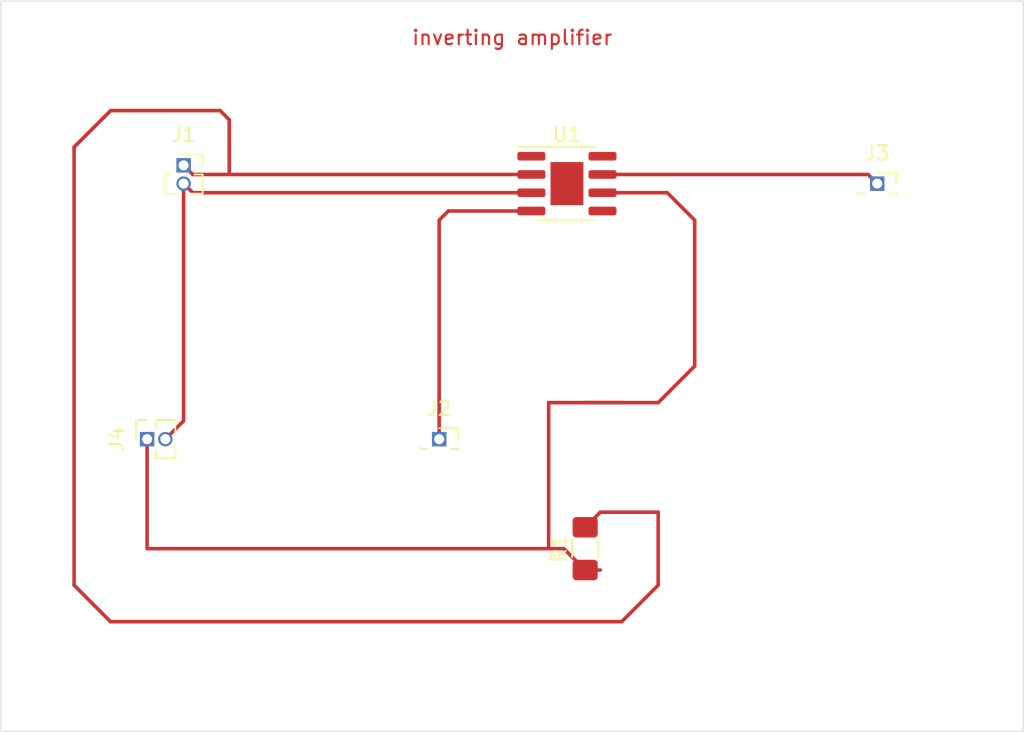
<source format=kicad_pcb>
(kicad_pcb (version 20171130) (host pcbnew "(5.1.6)-1")

  (general
    (thickness 1.6)
    (drawings 10)
    (tracks 36)
    (zones 0)
    (modules 6)
    (nets 9)
  )

  (page A4)
  (layers
    (0 F.Cu signal)
    (31 B.Cu signal)
    (32 B.Adhes user)
    (33 F.Adhes user)
    (34 B.Paste user)
    (35 F.Paste user)
    (36 B.SilkS user)
    (37 F.SilkS user)
    (38 B.Mask user)
    (39 F.Mask user)
    (40 Dwgs.User user)
    (41 Cmts.User user)
    (42 Eco1.User user)
    (43 Eco2.User user)
    (44 Edge.Cuts user)
    (45 Margin user)
    (46 B.CrtYd user)
    (47 F.CrtYd user)
    (48 B.Fab user)
    (49 F.Fab user)
  )

  (setup
    (last_trace_width 0.25)
    (trace_clearance 0.2)
    (zone_clearance 0.508)
    (zone_45_only no)
    (trace_min 0.2)
    (via_size 0.8)
    (via_drill 0.4)
    (via_min_size 0.4)
    (via_min_drill 0.3)
    (uvia_size 0.3)
    (uvia_drill 0.1)
    (uvias_allowed no)
    (uvia_min_size 0.2)
    (uvia_min_drill 0.1)
    (edge_width 0.05)
    (segment_width 0.2)
    (pcb_text_width 0.3)
    (pcb_text_size 1.5 1.5)
    (mod_edge_width 0.12)
    (mod_text_size 1 1)
    (mod_text_width 0.15)
    (pad_size 1.524 1.524)
    (pad_drill 0.762)
    (pad_to_mask_clearance 0.05)
    (aux_axis_origin 0 0)
    (visible_elements 7FFFFFFF)
    (pcbplotparams
      (layerselection 0x010fc_ffffffff)
      (usegerberextensions false)
      (usegerberattributes true)
      (usegerberadvancedattributes true)
      (creategerberjobfile true)
      (excludeedgelayer true)
      (linewidth 0.100000)
      (plotframeref false)
      (viasonmask false)
      (mode 1)
      (useauxorigin false)
      (hpglpennumber 1)
      (hpglpenspeed 20)
      (hpglpendiameter 15.000000)
      (psnegative false)
      (psa4output false)
      (plotreference true)
      (plotvalue true)
      (plotinvisibletext false)
      (padsonsilk false)
      (subtractmaskfromsilk false)
      (outputformat 1)
      (mirror false)
      (drillshape 1)
      (scaleselection 1)
      (outputdirectory ""))
  )

  (net 0 "")
  (net 1 GND)
  (net 2 "Net-(J1-Pad1)")
  (net 3 "Net-(J2-Pad1)")
  (net 4 "Net-(J3-Pad1)")
  (net 5 "Net-(J4-Pad1)")
  (net 6 "Net-(U1-Pad1)")
  (net 7 "Net-(U1-Pad5)")
  (net 8 "Net-(U1-Pad8)")

  (net_class Default "This is the default net class."
    (clearance 0.2)
    (trace_width 0.25)
    (via_dia 0.8)
    (via_drill 0.4)
    (uvia_dia 0.3)
    (uvia_drill 0.1)
    (add_net GND)
    (add_net "Net-(J1-Pad1)")
    (add_net "Net-(J2-Pad1)")
    (add_net "Net-(J3-Pad1)")
    (add_net "Net-(J4-Pad1)")
    (add_net "Net-(U1-Pad1)")
    (add_net "Net-(U1-Pad5)")
    (add_net "Net-(U1-Pad8)")
  )

  (module Connector_PinSocket_1.27mm:PinSocket_1x02_P1.27mm_Vertical (layer F.Cu) (tedit 5A19A41F) (tstamp 5EDAF2A2)
    (at 53.34 67.31)
    (descr "Through hole straight socket strip, 1x02, 1.27mm pitch, single row (from Kicad 4.0.7), script generated")
    (tags "Through hole socket strip THT 1x02 1.27mm single row")
    (path /5EDAD3CA)
    (fp_text reference J1 (at 0 -2.135) (layer F.SilkS)
      (effects (font (size 1 1) (thickness 0.15)))
    )
    (fp_text value Vin (at 0 3.405) (layer F.Fab)
      (effects (font (size 1 1) (thickness 0.15)))
    )
    (fp_line (start -1.8 2.4) (end -1.8 -1.15) (layer F.CrtYd) (width 0.05))
    (fp_line (start 1.75 2.4) (end -1.8 2.4) (layer F.CrtYd) (width 0.05))
    (fp_line (start 1.75 -1.15) (end 1.75 2.4) (layer F.CrtYd) (width 0.05))
    (fp_line (start -1.8 -1.15) (end 1.75 -1.15) (layer F.CrtYd) (width 0.05))
    (fp_line (start 0 -0.76) (end 1.33 -0.76) (layer F.SilkS) (width 0.12))
    (fp_line (start 1.33 -0.76) (end 1.33 0) (layer F.SilkS) (width 0.12))
    (fp_line (start 1.33 0.635) (end 1.33 1.965) (layer F.SilkS) (width 0.12))
    (fp_line (start 0.30753 1.965) (end 1.33 1.965) (layer F.SilkS) (width 0.12))
    (fp_line (start -1.33 1.965) (end -0.30753 1.965) (layer F.SilkS) (width 0.12))
    (fp_line (start -1.33 0.635) (end -1.33 1.965) (layer F.SilkS) (width 0.12))
    (fp_line (start 0.76 0.635) (end 1.33 0.635) (layer F.SilkS) (width 0.12))
    (fp_line (start -1.33 0.635) (end -0.76 0.635) (layer F.SilkS) (width 0.12))
    (fp_line (start -1.27 1.905) (end -1.27 -0.635) (layer F.Fab) (width 0.1))
    (fp_line (start 1.27 1.905) (end -1.27 1.905) (layer F.Fab) (width 0.1))
    (fp_line (start 1.27 0) (end 1.27 1.905) (layer F.Fab) (width 0.1))
    (fp_line (start 0.635 -0.635) (end 1.27 0) (layer F.Fab) (width 0.1))
    (fp_line (start -1.27 -0.635) (end 0.635 -0.635) (layer F.Fab) (width 0.1))
    (pad 2 thru_hole oval (at 0 1.27) (size 1 1) (drill 0.7) (layers *.Cu *.Mask)
      (net 1 GND))
    (pad 1 thru_hole rect (at 0 0) (size 1 1) (drill 0.7) (layers *.Cu *.Mask)
      (net 2 "Net-(J1-Pad1)"))
    (model ${KISYS3DMOD}/Connector_PinSocket_1.27mm.3dshapes/PinSocket_1x02_P1.27mm_Vertical.wrl
      (at (xyz 0 0 0))
      (scale (xyz 1 1 1))
      (rotate (xyz 0 0 0))
    )
  )

  (module Connector_PinSocket_1.27mm:PinSocket_1x01_P1.27mm_Vertical (layer F.Cu) (tedit 5A19A430) (tstamp 5EDAEF8E)
    (at 71.12 86.36)
    (descr "Through hole straight socket strip, 1x01, 1.27mm pitch, single row (from Kicad 4.0.7), script generated")
    (tags "Through hole socket strip THT 1x01 1.27mm single row")
    (path /5EDAF5F4)
    (fp_text reference J2 (at 0 -2.135) (layer F.SilkS)
      (effects (font (size 1 1) (thickness 0.15)))
    )
    (fp_text value -12V (at 0 2.135) (layer F.Fab)
      (effects (font (size 1 1) (thickness 0.15)))
    )
    (fp_line (start -1.27 -0.635) (end 0.9525 -0.635) (layer F.Fab) (width 0.1))
    (fp_line (start 0.9525 -0.635) (end 1.27 -0.3175) (layer F.Fab) (width 0.1))
    (fp_line (start 1.27 -0.3175) (end 1.27 0.635) (layer F.Fab) (width 0.1))
    (fp_line (start 1.27 0.635) (end -1.27 0.635) (layer F.Fab) (width 0.1))
    (fp_line (start -1.27 0.635) (end -1.27 -0.635) (layer F.Fab) (width 0.1))
    (fp_line (start -1.33 0.695) (end -0.76 0.695) (layer F.SilkS) (width 0.12))
    (fp_line (start 0.76 0.695) (end 1.33 0.695) (layer F.SilkS) (width 0.12))
    (fp_line (start -1.33 0.575) (end -1.33 0.695) (layer F.SilkS) (width 0.12))
    (fp_line (start 1.33 0.575) (end 1.33 0.695) (layer F.SilkS) (width 0.12))
    (fp_line (start 1.33 -0.76) (end 1.33 0) (layer F.SilkS) (width 0.12))
    (fp_line (start 0 -0.76) (end 1.33 -0.76) (layer F.SilkS) (width 0.12))
    (fp_line (start -1.8 -1.15) (end 1.75 -1.15) (layer F.CrtYd) (width 0.05))
    (fp_line (start 1.75 -1.15) (end 1.75 1.15) (layer F.CrtYd) (width 0.05))
    (fp_line (start 1.75 1.15) (end -1.8 1.15) (layer F.CrtYd) (width 0.05))
    (fp_line (start -1.8 1.15) (end -1.8 -1.15) (layer F.CrtYd) (width 0.05))
    (pad 1 thru_hole rect (at 0 0) (size 1 1) (drill 0.7) (layers *.Cu *.Mask)
      (net 3 "Net-(J2-Pad1)"))
    (model ${KISYS3DMOD}/Connector_PinSocket_1.27mm.3dshapes/PinSocket_1x01_P1.27mm_Vertical.wrl
      (at (xyz 0 0 0))
      (scale (xyz 1 1 1))
      (rotate (xyz 0 0 0))
    )
  )

  (module Connector_PinSocket_1.27mm:PinSocket_1x01_P1.27mm_Vertical (layer F.Cu) (tedit 5A19A430) (tstamp 5EDAF21C)
    (at 101.6 68.58)
    (descr "Through hole straight socket strip, 1x01, 1.27mm pitch, single row (from Kicad 4.0.7), script generated")
    (tags "Through hole socket strip THT 1x01 1.27mm single row")
    (path /5EDB295A)
    (fp_text reference J3 (at 0 -2.135) (layer F.SilkS)
      (effects (font (size 1 1) (thickness 0.15)))
    )
    (fp_text value +12V (at 0 2.135) (layer F.Fab)
      (effects (font (size 1 1) (thickness 0.15)))
    )
    (fp_line (start -1.8 1.15) (end -1.8 -1.15) (layer F.CrtYd) (width 0.05))
    (fp_line (start 1.75 1.15) (end -1.8 1.15) (layer F.CrtYd) (width 0.05))
    (fp_line (start 1.75 -1.15) (end 1.75 1.15) (layer F.CrtYd) (width 0.05))
    (fp_line (start -1.8 -1.15) (end 1.75 -1.15) (layer F.CrtYd) (width 0.05))
    (fp_line (start 0 -0.76) (end 1.33 -0.76) (layer F.SilkS) (width 0.12))
    (fp_line (start 1.33 -0.76) (end 1.33 0) (layer F.SilkS) (width 0.12))
    (fp_line (start 1.33 0.575) (end 1.33 0.695) (layer F.SilkS) (width 0.12))
    (fp_line (start -1.33 0.575) (end -1.33 0.695) (layer F.SilkS) (width 0.12))
    (fp_line (start 0.76 0.695) (end 1.33 0.695) (layer F.SilkS) (width 0.12))
    (fp_line (start -1.33 0.695) (end -0.76 0.695) (layer F.SilkS) (width 0.12))
    (fp_line (start -1.27 0.635) (end -1.27 -0.635) (layer F.Fab) (width 0.1))
    (fp_line (start 1.27 0.635) (end -1.27 0.635) (layer F.Fab) (width 0.1))
    (fp_line (start 1.27 -0.3175) (end 1.27 0.635) (layer F.Fab) (width 0.1))
    (fp_line (start 0.9525 -0.635) (end 1.27 -0.3175) (layer F.Fab) (width 0.1))
    (fp_line (start -1.27 -0.635) (end 0.9525 -0.635) (layer F.Fab) (width 0.1))
    (pad 1 thru_hole rect (at 0 0) (size 1 1) (drill 0.7) (layers *.Cu *.Mask)
      (net 4 "Net-(J3-Pad1)"))
    (model ${KISYS3DMOD}/Connector_PinSocket_1.27mm.3dshapes/PinSocket_1x01_P1.27mm_Vertical.wrl
      (at (xyz 0 0 0))
      (scale (xyz 1 1 1))
      (rotate (xyz 0 0 0))
    )
  )

  (module Connector_PinSocket_1.27mm:PinSocket_1x02_P1.27mm_Vertical (layer F.Cu) (tedit 5A19A41F) (tstamp 5EDAEDB5)
    (at 50.8 86.36 90)
    (descr "Through hole straight socket strip, 1x02, 1.27mm pitch, single row (from Kicad 4.0.7), script generated")
    (tags "Through hole socket strip THT 1x02 1.27mm single row")
    (path /5EDAC064)
    (fp_text reference J4 (at 0 -2.135 90) (layer F.SilkS)
      (effects (font (size 1 1) (thickness 0.15)))
    )
    (fp_text value Vout (at 0 5.08 90) (layer F.Fab)
      (effects (font (size 1 1) (thickness 0.15)))
    )
    (fp_line (start -1.27 -0.635) (end 0.635 -0.635) (layer F.Fab) (width 0.1))
    (fp_line (start 0.635 -0.635) (end 1.27 0) (layer F.Fab) (width 0.1))
    (fp_line (start 1.27 0) (end 1.27 1.905) (layer F.Fab) (width 0.1))
    (fp_line (start 1.27 1.905) (end -1.27 1.905) (layer F.Fab) (width 0.1))
    (fp_line (start -1.27 1.905) (end -1.27 -0.635) (layer F.Fab) (width 0.1))
    (fp_line (start -1.33 0.635) (end -0.76 0.635) (layer F.SilkS) (width 0.12))
    (fp_line (start 0.76 0.635) (end 1.33 0.635) (layer F.SilkS) (width 0.12))
    (fp_line (start -1.33 0.635) (end -1.33 1.965) (layer F.SilkS) (width 0.12))
    (fp_line (start -1.33 1.965) (end -0.30753 1.965) (layer F.SilkS) (width 0.12))
    (fp_line (start 0.30753 1.965) (end 1.33 1.965) (layer F.SilkS) (width 0.12))
    (fp_line (start 1.33 0.635) (end 1.33 1.965) (layer F.SilkS) (width 0.12))
    (fp_line (start 1.33 -0.76) (end 1.33 0) (layer F.SilkS) (width 0.12))
    (fp_line (start 0 -0.76) (end 1.33 -0.76) (layer F.SilkS) (width 0.12))
    (fp_line (start -1.8 -1.15) (end 1.75 -1.15) (layer F.CrtYd) (width 0.05))
    (fp_line (start 1.75 -1.15) (end 1.75 2.4) (layer F.CrtYd) (width 0.05))
    (fp_line (start 1.75 2.4) (end -1.8 2.4) (layer F.CrtYd) (width 0.05))
    (fp_line (start -1.8 2.4) (end -1.8 -1.15) (layer F.CrtYd) (width 0.05))
    (pad 1 thru_hole rect (at 0 0 90) (size 1 1) (drill 0.7) (layers *.Cu *.Mask)
      (net 5 "Net-(J4-Pad1)"))
    (pad 2 thru_hole oval (at 0 1.27 90) (size 1 1) (drill 0.7) (layers *.Cu *.Mask)
      (net 1 GND))
    (model ${KISYS3DMOD}/Connector_PinSocket_1.27mm.3dshapes/PinSocket_1x02_P1.27mm_Vertical.wrl
      (at (xyz 0 0 0))
      (scale (xyz 1 1 1))
      (rotate (xyz 0 0 0))
    )
  )

  (module Resistor_SMD:R_1206_3216Metric_Pad1.42x1.75mm_HandSolder (layer F.Cu) (tedit 5B301BBD) (tstamp 5EDAF463)
    (at 81.28 93.98 90)
    (descr "Resistor SMD 1206 (3216 Metric), square (rectangular) end terminal, IPC_7351 nominal with elongated pad for handsoldering. (Body size source: http://www.tortai-tech.com/upload/download/2011102023233369053.pdf), generated with kicad-footprint-generator")
    (tags "resistor handsolder")
    (path /5EDAF013)
    (attr smd)
    (fp_text reference R1 (at 0 -1.82 90) (layer F.SilkS)
      (effects (font (size 1 1) (thickness 0.15)))
    )
    (fp_text value R (at 0 1.82 90) (layer F.Fab)
      (effects (font (size 1 1) (thickness 0.15)))
    )
    (fp_line (start -1.6 0.8) (end -1.6 -0.8) (layer F.Fab) (width 0.1))
    (fp_line (start -1.6 -0.8) (end 1.6 -0.8) (layer F.Fab) (width 0.1))
    (fp_line (start 1.6 -0.8) (end 1.6 0.8) (layer F.Fab) (width 0.1))
    (fp_line (start 1.6 0.8) (end -1.6 0.8) (layer F.Fab) (width 0.1))
    (fp_line (start -0.602064 -0.91) (end 0.602064 -0.91) (layer F.SilkS) (width 0.12))
    (fp_line (start -0.602064 0.91) (end 0.602064 0.91) (layer F.SilkS) (width 0.12))
    (fp_line (start -2.45 1.12) (end -2.45 -1.12) (layer F.CrtYd) (width 0.05))
    (fp_line (start -2.45 -1.12) (end 2.45 -1.12) (layer F.CrtYd) (width 0.05))
    (fp_line (start 2.45 -1.12) (end 2.45 1.12) (layer F.CrtYd) (width 0.05))
    (fp_line (start 2.45 1.12) (end -2.45 1.12) (layer F.CrtYd) (width 0.05))
    (pad 1 smd roundrect (at -1.4875 0 90) (size 1.425 1.75) (layers F.Cu F.Paste F.Mask) (roundrect_rratio 0.175439)
      (net 5 "Net-(J4-Pad1)"))
    (pad 2 smd roundrect (at 1.4875 0 90) (size 1.425 1.75) (layers F.Cu F.Paste F.Mask) (roundrect_rratio 0.175439)
      (net 2 "Net-(J1-Pad1)"))
    (model ${KISYS3DMOD}/Resistor_SMD.3dshapes/R_1206_3216Metric.wrl
      (at (xyz 0 0 0))
      (scale (xyz 1 1 1))
      (rotate (xyz 0 0 0))
    )
  )

  (module Package_SO:SOIC-8-1EP_3.9x4.9mm_P1.27mm_EP2.29x3mm (layer F.Cu) (tedit 5DC5FE76) (tstamp 5EDAF06C)
    (at 80.01 68.58)
    (descr "SOIC, 8 Pin (https://www.analog.com/media/en/technical-documentation/data-sheets/ada4898-1_4898-2.pdf#page=29), generated with kicad-footprint-generator ipc_gullwing_generator.py")
    (tags "SOIC SO")
    (path /5EDA77EF)
    (attr smd)
    (fp_text reference U1 (at 0 -3.4) (layer F.SilkS)
      (effects (font (size 1 1) (thickness 0.15)))
    )
    (fp_text value LM741 (at 0 3.4) (layer F.Fab)
      (effects (font (size 1 1) (thickness 0.15)))
    )
    (fp_line (start 0 2.56) (end 1.95 2.56) (layer F.SilkS) (width 0.12))
    (fp_line (start 0 2.56) (end -1.95 2.56) (layer F.SilkS) (width 0.12))
    (fp_line (start 0 -2.56) (end 1.95 -2.56) (layer F.SilkS) (width 0.12))
    (fp_line (start 0 -2.56) (end -3.45 -2.56) (layer F.SilkS) (width 0.12))
    (fp_line (start -0.975 -2.45) (end 1.95 -2.45) (layer F.Fab) (width 0.1))
    (fp_line (start 1.95 -2.45) (end 1.95 2.45) (layer F.Fab) (width 0.1))
    (fp_line (start 1.95 2.45) (end -1.95 2.45) (layer F.Fab) (width 0.1))
    (fp_line (start -1.95 2.45) (end -1.95 -1.475) (layer F.Fab) (width 0.1))
    (fp_line (start -1.95 -1.475) (end -0.975 -2.45) (layer F.Fab) (width 0.1))
    (fp_line (start -3.7 -2.7) (end -3.7 2.7) (layer F.CrtYd) (width 0.05))
    (fp_line (start -3.7 2.7) (end 3.7 2.7) (layer F.CrtYd) (width 0.05))
    (fp_line (start 3.7 2.7) (end 3.7 -2.7) (layer F.CrtYd) (width 0.05))
    (fp_line (start 3.7 -2.7) (end -3.7 -2.7) (layer F.CrtYd) (width 0.05))
    (fp_text user %R (at 0 0) (layer F.Fab)
      (effects (font (size 0.98 0.98) (thickness 0.15)))
    )
    (pad 1 smd roundrect (at -2.475 -1.905) (size 1.95 0.6) (layers F.Cu F.Paste F.Mask) (roundrect_rratio 0.25)
      (net 6 "Net-(U1-Pad1)"))
    (pad 2 smd roundrect (at -2.475 -0.635) (size 1.95 0.6) (layers F.Cu F.Paste F.Mask) (roundrect_rratio 0.25)
      (net 2 "Net-(J1-Pad1)"))
    (pad 3 smd roundrect (at -2.475 0.635) (size 1.95 0.6) (layers F.Cu F.Paste F.Mask) (roundrect_rratio 0.25)
      (net 1 GND))
    (pad 4 smd roundrect (at -2.475 1.905) (size 1.95 0.6) (layers F.Cu F.Paste F.Mask) (roundrect_rratio 0.25)
      (net 3 "Net-(J2-Pad1)"))
    (pad 5 smd roundrect (at 2.475 1.905) (size 1.95 0.6) (layers F.Cu F.Paste F.Mask) (roundrect_rratio 0.25)
      (net 7 "Net-(U1-Pad5)"))
    (pad 6 smd roundrect (at 2.475 0.635) (size 1.95 0.6) (layers F.Cu F.Paste F.Mask) (roundrect_rratio 0.25)
      (net 5 "Net-(J4-Pad1)"))
    (pad 7 smd roundrect (at 2.475 -0.635) (size 1.95 0.6) (layers F.Cu F.Paste F.Mask) (roundrect_rratio 0.25)
      (net 4 "Net-(J3-Pad1)"))
    (pad 8 smd roundrect (at 2.475 -1.905) (size 1.95 0.6) (layers F.Cu F.Paste F.Mask) (roundrect_rratio 0.25)
      (net 8 "Net-(U1-Pad8)"))
    (pad 9 smd rect (at 0 0) (size 2.29 3) (layers F.Cu F.Mask))
    (pad "" smd roundrect (at -0.57 -0.75) (size 0.92 1.21) (layers F.Paste) (roundrect_rratio 0.25))
    (pad "" smd roundrect (at -0.57 0.75) (size 0.92 1.21) (layers F.Paste) (roundrect_rratio 0.25))
    (pad "" smd roundrect (at 0.57 -0.75) (size 0.92 1.21) (layers F.Paste) (roundrect_rratio 0.25))
    (pad "" smd roundrect (at 0.57 0.75) (size 0.92 1.21) (layers F.Paste) (roundrect_rratio 0.25))
    (model ${KISYS3DMOD}/Package_SO.3dshapes/SOIC-8-1EP_3.9x4.9mm_P1.27mm_EP2.29x3mm.wrl
      (at (xyz 0 0 0))
      (scale (xyz 1 1 1))
      (rotate (xyz 0 0 0))
    )
  )

  (gr_text "inverting amplifier" (at 76.2 58.42) (layer F.Cu)
    (effects (font (size 1 1) (thickness 0.15)))
  )
  (gr_line (start 40.64 55.88) (end 111.76 55.88) (layer Edge.Cuts) (width 0.05) (tstamp 5EDBA71B))
  (gr_line (start 40.64 106.68) (end 40.64 55.88) (layer Edge.Cuts) (width 0.05))
  (gr_line (start 111.76 106.68) (end 40.64 106.68) (layer Edge.Cuts) (width 0.05))
  (gr_line (start 111.76 55.88) (end 111.76 106.68) (layer Edge.Cuts) (width 0.05))
  (gr_line (start 40.64 55.88) (end 43.18 55.88) (layer Dwgs.User) (width 0.15) (tstamp 5EDBA719))
  (gr_line (start 40.64 106.68) (end 40.64 55.88) (layer Dwgs.User) (width 0.15))
  (gr_line (start 111.76 106.68) (end 40.64 106.68) (layer Dwgs.User) (width 0.15))
  (gr_line (start 111.76 55.88) (end 111.76 106.68) (layer Dwgs.User) (width 0.15))
  (gr_line (start 43.18 55.88) (end 111.76 55.88) (layer Dwgs.User) (width 0.15))

  (segment (start 53.975 69.215) (end 53.34 68.58) (width 0.25) (layer F.Cu) (net 1))
  (segment (start 77.535 69.215) (end 53.975 69.215) (width 0.25) (layer F.Cu) (net 1))
  (segment (start 53.34 85.09) (end 52.07 86.36) (width 0.25) (layer F.Cu) (net 1))
  (segment (start 53.34 68.58) (end 53.34 85.09) (width 0.25) (layer F.Cu) (net 1))
  (segment (start 53.975 67.945) (end 53.34 67.31) (width 0.25) (layer F.Cu) (net 2))
  (segment (start 56.515 67.945) (end 56.515 64.135) (width 0.25) (layer F.Cu) (net 2))
  (segment (start 56.515 67.945) (end 53.975 67.945) (width 0.25) (layer F.Cu) (net 2))
  (segment (start 77.535 67.945) (end 56.515 67.945) (width 0.25) (layer F.Cu) (net 2))
  (segment (start 56.515 64.135) (end 55.88 63.5) (width 0.25) (layer F.Cu) (net 2))
  (segment (start 55.88 63.5) (end 48.26 63.5) (width 0.25) (layer F.Cu) (net 2))
  (segment (start 48.26 63.5) (end 45.72 66.04) (width 0.25) (layer F.Cu) (net 2))
  (segment (start 45.72 66.04) (end 45.72 96.52) (width 0.25) (layer F.Cu) (net 2))
  (segment (start 45.72 96.52) (end 48.26 99.06) (width 0.25) (layer F.Cu) (net 2))
  (segment (start 48.26 99.06) (end 83.82 99.06) (width 0.25) (layer F.Cu) (net 2))
  (segment (start 83.82 99.06) (end 86.36 96.52) (width 0.25) (layer F.Cu) (net 2))
  (segment (start 86.36 96.52) (end 86.36 91.44) (width 0.25) (layer F.Cu) (net 2))
  (segment (start 82.3325 91.44) (end 81.28 92.4925) (width 0.25) (layer F.Cu) (net 2))
  (segment (start 86.36 91.44) (end 82.3325 91.44) (width 0.25) (layer F.Cu) (net 2))
  (segment (start 77.535 70.485) (end 71.755 70.485) (width 0.25) (layer F.Cu) (net 3))
  (segment (start 71.12 71.12) (end 71.12 86.36) (width 0.25) (layer F.Cu) (net 3))
  (segment (start 71.755 70.485) (end 71.12 71.12) (width 0.25) (layer F.Cu) (net 3))
  (segment (start 100.965 67.945) (end 101.6 68.58) (width 0.25) (layer F.Cu) (net 4))
  (segment (start 82.485 67.945) (end 100.965 67.945) (width 0.25) (layer F.Cu) (net 4))
  (segment (start 50.8 86.36) (end 50.8 93.98) (width 0.25) (layer F.Cu) (net 5))
  (segment (start 79.7925 93.98) (end 81.28 95.4675) (width 0.25) (layer F.Cu) (net 5))
  (segment (start 81.28 95.4675) (end 82.3325 95.4675) (width 0.25) (layer F.Cu) (net 5))
  (segment (start 78.74 93.98) (end 78.74 83.82) (width 0.25) (layer F.Cu) (net 5))
  (segment (start 78.74 93.98) (end 79.7925 93.98) (width 0.25) (layer F.Cu) (net 5))
  (segment (start 50.8 93.98) (end 78.74 93.98) (width 0.25) (layer F.Cu) (net 5))
  (segment (start 81.28 83.82) (end 83.82 83.82) (width 0.25) (layer F.Cu) (net 5))
  (segment (start 81.28 83.82) (end 86.36 83.82) (width 0.25) (layer F.Cu) (net 5))
  (segment (start 78.74 83.82) (end 81.28 83.82) (width 0.25) (layer F.Cu) (net 5))
  (segment (start 86.36 83.82) (end 88.9 81.28) (width 0.25) (layer F.Cu) (net 5))
  (segment (start 88.9 81.28) (end 88.9 71.12) (width 0.25) (layer F.Cu) (net 5))
  (segment (start 86.995 69.215) (end 82.485 69.215) (width 0.25) (layer F.Cu) (net 5))
  (segment (start 88.9 71.12) (end 86.995 69.215) (width 0.25) (layer F.Cu) (net 5))

)

</source>
